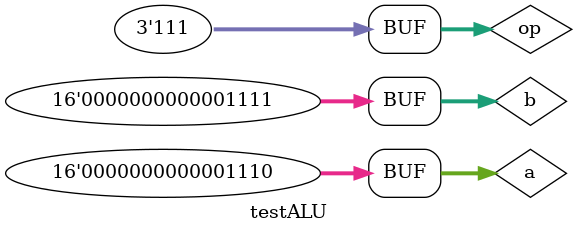
<source format=v>

module ALU (op,a,b,result,zero);
  input [15:0] a;
  input [15:0] b;
  input [2:0] op;
  output [15:0] result;
  output zero;
  wire c1,c2,c3,c4,c5,c6,c7,c8,c9,c10,c11,c12,c13,c14,c15,c16;

  ALU1   alu0  (a[0], b[0], op[2],op[1:0],set,op[2],c1, result[0]);
  ALU1   alu1  (a[1], b[1], op[2],op[1:0],0,  c1,   c2, result[1]);
  ALU1   alu2  (a[2], b[2], op[2],op[1:0],0,  c2,   c3, result[2]);
  ALU1   alu3  (a[3], b[3], op[2],op[1:0],0,  c3,   c4, result[3]);
  ALU1   alu4  (a[4], b[4], op[2],op[1:0],0,  c4,   c5, result[4]);
  ALU1   alu5  (a[5], b[5], op[2],op[1:0],0,  c5,   c6, result[5]);
  ALU1   alu6  (a[6], b[6], op[2],op[1:0],0,  c6,   c7, result[6]);
  ALU1   alu7  (a[7], b[7], op[2],op[1:0],0,  c7,   c8, result[7]);
  ALU1   alu8  (a[8], b[8], op[2],op[1:0],0,  c8,   c9, result[8]);
  ALU1   alu9  (a[9], b[9], op[2],op[1:0],0,  c9,   c10,result[9]);
  ALU1   alu10 (a[10],b[10],op[2],op[1:0],0,  c10,  c11,result[10]);
  ALU1   alu11 (a[11],b[11],op[2],op[1:0],0,  c11,  c12,result[11]);
  ALU1   alu12 (a[12],b[12],op[2],op[1:0],0,  c12,  c13,result[12]);
  ALU1   alu13 (a[13],b[13],op[2],op[1:0],0,  c13,  c14,result[13]);
  ALU1   alu14 (a[14],b[14],op[2],op[1:0],0,  c14,  c15,result[14]);
  ALUmsb alu15 (a[15],b[15],op[2],op[1:0],0,  c15,  c16,result[15],set);
  
  or or1(or01, result[0], result[1]);
  or or2(or23, result[2], result[3]);

  nor nor1(zero,or01,or23);

endmodule


// 1-bit ALU for bits 0-14

module ALU1 (a,b,binvert,op,less,carryin,carryout,result);
  input a,b,less,carryin,binvert;
  input [1:0] op;
  output carryout,result;
  wire sum, a_and_b, a_or_b, b_inv;

  not not1(b_inv, b);
  mux2x1 mux1(b,b_inv,binvert,b1);
  and and1(a_and_b, a, b);
  or or1(a_or_b, a, b);
  fulladder adder1(sum,carryout,a,b1,carryin);
  mux4x1 mux2(a_and_b,a_or_b,sum,less,op[1:0],result); 

endmodule


// 1-bit ALU for the most significant bit

module ALUmsb (a,b,binvert,op,less,carryin,carryout,result,sum);
  input a,b,less,carryin,binvert;
  input [1:0] op;
  output carryout,result,sum;
  wire sum, a_and_b, a_or_b, b_inv;

  not not1(b_inv, b);
  mux2x1 mux1(b,b_inv,binvert,b1);
  and and1(a_and_b, a, b);
  or or1(a_or_b, a, b);
  fulladder adder1(sum,carryout,a,b1,carryin);
  mux4x1 mux2(a_and_b,a_or_b,sum,less,op[1:0],result); 

endmodule


module halfadder (S,C,x,y); 
  input x,y; 
  output S,C; 

  xor (S,x,y); 
  and (C,x,y); 
endmodule 


module fulladder (S,C,x,y,z); 
  input x,y,z; 
  output S,C; 
  wire S1,D1,D2;

  halfadder HA1 (S1,D1,x,y), HA2 (S,D2,S1,z); 
  or g1(C,D2,D1); 
endmodule


module mux2x1(A,B,select,OUT); 
  input A,B,select; 
  output OUT;
  // reg OUT; 
  // always @ (select or A or B) 
  //   if (select == 0) OUT = A;
  //   else OUT = B;

  // This should work
  not not1(i0, select);
  and and1(i1, A, i0);
  and and2(i2, B, select);
  or or1(OUT, i1, i2);
endmodule 


module mux4x1(i0,i1,i2,i3,select,y); 
  input i0,i1,i2,i3; 
  input [1:0] select; 
  output y; 
  // reg y; 
  // always @ (i0 or i1 or i2 or i3 or select) 
  //   case (select) 
  //     2'b00: y = i0; 
  //     2'b01: y = i1; 
  //     2'b10: y = i2; 
  //     2'b11: y = i3; 
  //   endcase

  // This should work
  mux2x1 mux1(i0, i1, select[0], m1);
  mux2x1 mux2(i2, i3, select[0], m2);
  mux2x1 mux3(m1, m2, select[1], y);
endmodule 


// Testbench

module testALU;
  reg [15:0] a;
  reg [15:0] b;
  reg [2:0] op;
  wire [15:0] result;
  wire zero;
	
  ALU alu (op,a,b,result,zero);
	
  initial
    begin

      // Test 16-bit values
      op = 3'b000; a = 16'b0000000000000111; b = 16'b0000000000000001;  // AND
	#10 op = 3'b001; a = 16'b0000000000000101; b = 16'b0000000000000010;  // OR

	#10 op = 3'b010; a = 16'b0000000000000101; b = 16'b0000000000000001;  // ADD
	#10 op = 3'b010; a = 16'b0000000000000111; b = 16'b0000000000000001;  // ADD
	#10 op = 3'b110; a = 16'b0000000000000101; b = 16'b0000000000000001;  // SUB
	#10 op = 3'b110; a = 16'b0000000000001111; b = 16'b0000000000000001;  // SUB
	#10 op = 3'b111; a = 16'b0000000000000101; b = 16'b0000000000000001;  // SLT
	#10 op = 3'b111; a = 16'b0000000000001110; b = 16'b0000000000001111;  // SLT

    end

  initial
    $monitor ("op=%b a=%b b=%b result=%b zero=%b",op,a,b,result,zero);

endmodule


/* Test Results for 4-bit ALU

C:\Verilog>iverilog -o alu4 ALU4.v

C:\Verilog>vvp alu4
op = 000 a = 0111 b = 0001 result = 0001 zero = 0
op = 001 a = 0101 b = 0010 result = 0111 zero = 0
op = 010 a = 0101 b = 0001 result = 0110 zero = 0
op = 010 a = 0111 b = 0001 result = 1000 zero = 0
op = 110 a = 0101 b = 0001 result = 0100 zero = 0
op = 110 a = 1111 b = 0001 result = 1110 zero = 0
op = 111 a = 0101 b = 0001 result = 0000 zero = 1
op = 111 a = 1110 b = 1111 result = 0001 zero = 0

*/

/* Test Results for 16-bit ALU

C:\Verilog>iverilog -o alu16 ALU16.v

C:\Verilog>vvp alu16
op=000 a=0000000000000111 b=0000000000000001 result=0000000000000001 zero=0
op=001 a=0000000000000101 b=0000000000000010 result=0000000000000111 zero=0
op=010 a=0000000000000101 b=0000000000000001 result=0000000000000110 zero=0
op=010 a=0000000000000111 b=0000000000000001 result=0000000000001000 zero=0
op=110 a=0000000000000101 b=0000000000000001 result=0000000000000100 zero=0
op=110 a=0000000000001111 b=0000000000000001 result=0000000000001110 zero=0
op=111 a=0000000000000101 b=0000000000000001 result=0000000000000000 zero=1
op=111 a=0000000000001110 b=0000000000001111 result=0000000000000001 zero=0

*/
</source>
